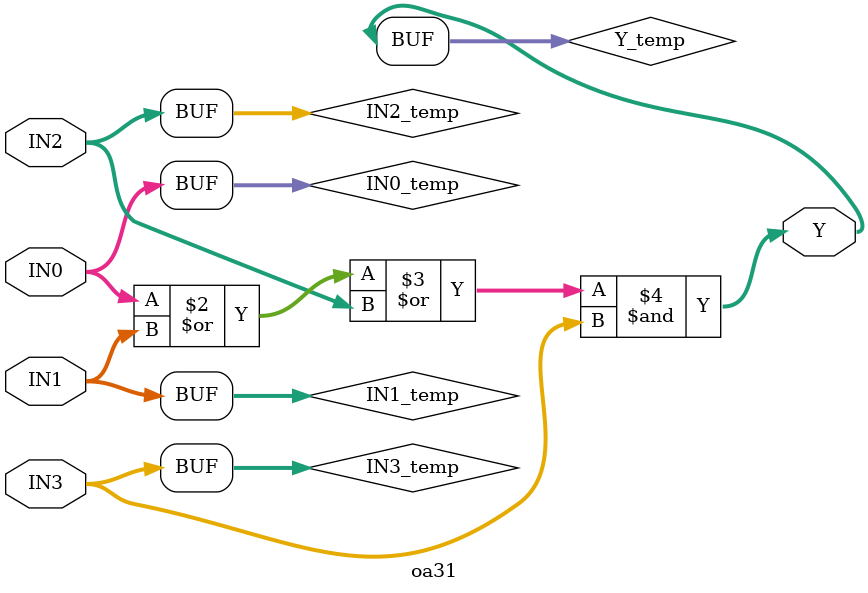
<source format=v>
module oa31(IN0,IN1,IN2,IN3,Y);
  parameter N = 8;
  parameter DPFLAG = 0;
  parameter GROUP = "std";
  parameter
        d_IN0 = 0,
        d_IN1 = 0,
        d_IN2 = 0,
        d_IN3 = 0,
        d_Y = 1;
  input [(N - 1):0] IN0;
  input [(N - 1):0] IN1;
  input [(N - 1):0] IN2;
  input [(N - 1):0] IN3;
  output [(N - 1):0] Y;
  wire [(N - 1):0] IN0_temp;
  wire [(N - 1):0] IN1_temp;
  wire [(N - 1):0] IN2_temp;
  wire [(N - 1):0] IN3_temp;
  reg [(N - 1):0] Y_temp;
  assign #(d_IN0) IN0_temp = IN0;
  assign #(d_IN1) IN1_temp = IN1;
  assign #(d_IN2) IN2_temp = IN2;
  assign #(d_IN3) IN3_temp = IN3;
  assign #(d_Y) Y = Y_temp;
  initial
    begin
    if((DPFLAG == 1))
      $display("(WARNING) The instance %m of type oa31 can't be implemented as a data-path cell");
    end
  always
    @(IN0_temp or IN1_temp or IN2_temp or IN3_temp)
      begin
      Y_temp = (((IN0_temp | IN1_temp) | IN2_temp) & IN3_temp);
      end
endmodule

</source>
